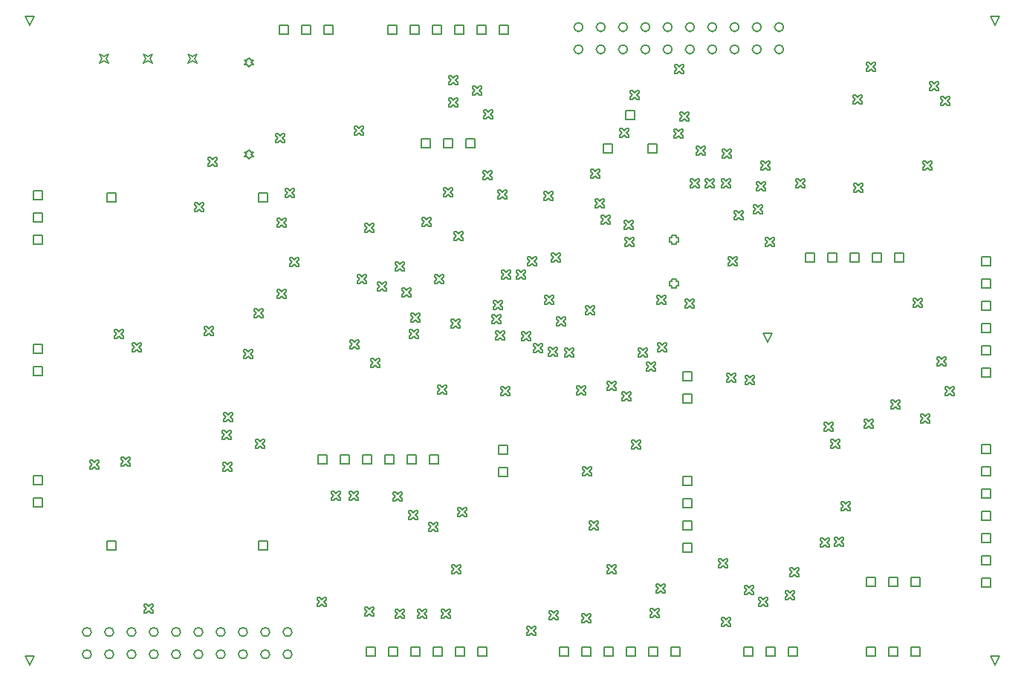
<source format=gbr>
G04 Layer_Color=2752767*
%FSLAX23Y23*%
%MOIN*%
%TF.FileFunction,Drawing*%
%TF.Part,Single*%
G01*
G75*
%ADD93C,0.005*%
%ADD94C,0.007*%
D93*
X4547Y1555D02*
Y1595D01*
X4587D01*
Y1555D01*
X4547D01*
X4447D02*
Y1595D01*
X4487D01*
Y1555D01*
X4447D01*
X4347D02*
Y1595D01*
X4387D01*
Y1555D01*
X4347D01*
X4454Y2965D02*
X4434Y3005D01*
X4474D01*
X4454Y2965D01*
X5472Y4389D02*
X5452Y4429D01*
X5492D01*
X5472Y4389D01*
Y1515D02*
X5452Y1555D01*
X5492D01*
X5472Y1515D01*
X1142D02*
X1122Y1555D01*
X1162D01*
X1142Y1515D01*
Y4389D02*
X1122Y4429D01*
X1162D01*
X1142Y4389D01*
X2126Y3790D02*
X2136Y3800D01*
X2146D01*
X2136Y3810D01*
X2146Y3820D01*
X2136D01*
X2126Y3830D01*
X2116Y3820D01*
X2106D01*
X2116Y3810D01*
X2106Y3800D01*
X2116D01*
X2126Y3790D01*
Y4202D02*
X2136Y4212D01*
X2146D01*
X2136Y4222D01*
X2146Y4232D01*
X2136D01*
X2126Y4242D01*
X2116Y4232D01*
X2106D01*
X2116Y4222D01*
X2106Y4212D01*
X2116D01*
X2126Y4202D01*
X1161Y2226D02*
Y2266D01*
X1201D01*
Y2226D01*
X1161D01*
Y2326D02*
Y2366D01*
X1201D01*
Y2326D01*
X1161D01*
Y2816D02*
Y2856D01*
X1201D01*
Y2816D01*
X1161D01*
Y2916D02*
Y2956D01*
X1201D01*
Y2916D01*
X1161D01*
X1161Y3405D02*
Y3445D01*
X1201D01*
Y3405D01*
X1161D01*
Y3505D02*
Y3545D01*
X1201D01*
Y3505D01*
X1161D01*
Y3605D02*
Y3645D01*
X1201D01*
Y3605D01*
X1161D01*
X2171Y3595D02*
Y3635D01*
X2211D01*
Y3595D01*
X2171D01*
X1490D02*
Y3635D01*
X1530D01*
Y3595D01*
X1490D01*
X2171Y2034D02*
Y2074D01*
X2211D01*
Y2034D01*
X2171D01*
X1490D02*
Y2074D01*
X1530D01*
Y2034D01*
X1490D01*
X2901Y3840D02*
Y3880D01*
X2941D01*
Y3840D01*
X2901D01*
X3001D02*
Y3880D01*
X3041D01*
Y3840D01*
X3001D01*
X3101D02*
Y3880D01*
X3141D01*
Y3840D01*
X3101D01*
X3520Y1555D02*
Y1595D01*
X3560D01*
Y1555D01*
X3520D01*
X3620D02*
Y1595D01*
X3660D01*
Y1555D01*
X3620D01*
X3720D02*
Y1595D01*
X3760D01*
Y1555D01*
X3720D01*
X3820D02*
Y1595D01*
X3860D01*
Y1555D01*
X3820D01*
X3920D02*
Y1595D01*
X3960D01*
Y1555D01*
X3920D01*
X4020D02*
Y1595D01*
X4060D01*
Y1555D01*
X4020D01*
X2654D02*
Y1595D01*
X2694D01*
Y1555D01*
X2654D01*
X2754D02*
Y1595D01*
X2794D01*
Y1555D01*
X2754D01*
X2854D02*
Y1595D01*
X2894D01*
Y1555D01*
X2854D01*
X2954D02*
Y1595D01*
X2994D01*
Y1555D01*
X2954D01*
X3054D02*
Y1595D01*
X3094D01*
Y1555D01*
X3054D01*
X3154D02*
Y1595D01*
X3194D01*
Y1555D01*
X3154D01*
X4623Y3326D02*
Y3366D01*
X4663D01*
Y3326D01*
X4623D01*
X4723D02*
Y3366D01*
X4763D01*
Y3326D01*
X4723D01*
X4823D02*
Y3366D01*
X4863D01*
Y3326D01*
X4823D01*
X4923D02*
Y3366D01*
X4963D01*
Y3326D01*
X4923D01*
X5023D02*
Y3366D01*
X5063D01*
Y3326D01*
X5023D01*
X5413Y2811D02*
Y2851D01*
X5453D01*
Y2811D01*
X5413D01*
Y2911D02*
Y2951D01*
X5453D01*
Y2911D01*
X5413D01*
Y3011D02*
Y3051D01*
X5453D01*
Y3011D01*
X5413D01*
Y3111D02*
Y3151D01*
X5453D01*
Y3111D01*
X5413D01*
Y3211D02*
Y3251D01*
X5453D01*
Y3211D01*
X5413D01*
Y3311D02*
Y3351D01*
X5453D01*
Y3311D01*
X5413D01*
Y2367D02*
Y2407D01*
X5453D01*
Y2367D01*
X5413D01*
Y2267D02*
Y2307D01*
X5453D01*
Y2267D01*
X5413D01*
Y2167D02*
Y2207D01*
X5453D01*
Y2167D01*
X5413D01*
Y2067D02*
Y2107D01*
X5453D01*
Y2067D01*
X5413D01*
Y1967D02*
Y2007D01*
X5453D01*
Y1967D01*
X5413D01*
Y1867D02*
Y1907D01*
X5453D01*
Y1867D01*
X5413D01*
Y2467D02*
Y2507D01*
X5453D01*
Y2467D01*
X5413D01*
X3717Y3817D02*
Y3857D01*
X3757D01*
Y3817D01*
X3717D01*
X3817Y3967D02*
Y4007D01*
X3857D01*
Y3967D01*
X3817D01*
X3917Y3817D02*
Y3857D01*
X3957D01*
Y3817D01*
X3917D01*
X3251Y4350D02*
Y4390D01*
X3291D01*
Y4350D01*
X3251D01*
X3151D02*
Y4390D01*
X3191D01*
Y4350D01*
X3151D01*
X3051D02*
Y4390D01*
X3091D01*
Y4350D01*
X3051D01*
X2951D02*
Y4390D01*
X2991D01*
Y4350D01*
X2951D01*
X2851D02*
Y4390D01*
X2891D01*
Y4350D01*
X2851D01*
X2751D02*
Y4390D01*
X2791D01*
Y4350D01*
X2751D01*
X2263D02*
Y4390D01*
X2303D01*
Y4350D01*
X2263D01*
X2363D02*
Y4390D01*
X2403D01*
Y4350D01*
X2363D01*
X2463D02*
Y4390D01*
X2503D01*
Y4350D01*
X2463D01*
X1655Y4218D02*
X1665Y4238D01*
X1655Y4258D01*
X1675Y4248D01*
X1695Y4258D01*
X1685Y4238D01*
X1695Y4218D01*
X1675Y4228D01*
X1655Y4218D01*
X1855D02*
X1865Y4238D01*
X1855Y4258D01*
X1875Y4248D01*
X1895Y4258D01*
X1885Y4238D01*
X1895Y4218D01*
X1875Y4228D01*
X1855Y4218D01*
X1458D02*
X1468Y4238D01*
X1458Y4258D01*
X1478Y4248D01*
X1498Y4258D01*
X1488Y4238D01*
X1498Y4218D01*
X1478Y4228D01*
X1458Y4218D01*
X3248Y2363D02*
Y2403D01*
X3288D01*
Y2363D01*
X3248D01*
Y2463D02*
Y2503D01*
X3288D01*
Y2463D01*
X3248D01*
X4025Y3218D02*
Y3208D01*
X4045D01*
Y3218D01*
X4055D01*
Y3238D01*
X4045D01*
Y3248D01*
X4025D01*
Y3238D01*
X4015D01*
Y3218D01*
X4025D01*
Y3415D02*
Y3405D01*
X4045D01*
Y3415D01*
X4055D01*
Y3435D01*
X4045D01*
Y3445D01*
X4025D01*
Y3435D01*
X4015D01*
Y3415D01*
X4025D01*
X2437Y2421D02*
Y2461D01*
X2477D01*
Y2421D01*
X2437D01*
X2537D02*
Y2461D01*
X2577D01*
Y2421D01*
X2537D01*
X2637D02*
Y2461D01*
X2677D01*
Y2421D01*
X2637D01*
X2737D02*
Y2461D01*
X2777D01*
Y2421D01*
X2737D01*
X2837D02*
Y2461D01*
X2877D01*
Y2421D01*
X2837D01*
X2937D02*
Y2461D01*
X2977D01*
Y2421D01*
X2937D01*
X4074Y2793D02*
Y2833D01*
X4114D01*
Y2793D01*
X4074D01*
Y2693D02*
Y2733D01*
X4114D01*
Y2693D01*
X4074D01*
Y2024D02*
Y2064D01*
X4114D01*
Y2024D01*
X4074D01*
Y2124D02*
Y2164D01*
X4114D01*
Y2124D01*
X4074D01*
Y2224D02*
Y2264D01*
X4114D01*
Y2224D01*
X4074D01*
Y2324D02*
Y2364D01*
X4114D01*
Y2324D01*
X4074D01*
X5098Y1555D02*
Y1595D01*
X5138D01*
Y1555D01*
X5098D01*
X4998D02*
Y1595D01*
X5038D01*
Y1555D01*
X4998D01*
X4898D02*
Y1595D01*
X4938D01*
Y1555D01*
X4898D01*
X5098Y1870D02*
Y1910D01*
X5138D01*
Y1870D01*
X5098D01*
X4998D02*
Y1910D01*
X5038D01*
Y1870D01*
X4998D01*
X4898D02*
Y1910D01*
X4938D01*
Y1870D01*
X4898D01*
X3256Y2727D02*
X3266D01*
X3276Y2737D01*
X3286Y2727D01*
X3296D01*
Y2737D01*
X3286Y2747D01*
X3296Y2757D01*
Y2767D01*
X3286D01*
X3276Y2757D01*
X3266Y2767D01*
X3256D01*
Y2757D01*
X3266Y2747D01*
X3256Y2737D01*
Y2727D01*
X4278Y3310D02*
X4288D01*
X4298Y3320D01*
X4308Y3310D01*
X4318D01*
Y3320D01*
X4308Y3330D01*
X4318Y3340D01*
Y3350D01*
X4308D01*
X4298Y3340D01*
X4288Y3350D01*
X4278D01*
Y3340D01*
X4288Y3330D01*
X4278Y3320D01*
Y3310D01*
X3842Y2486D02*
X3852D01*
X3862Y2496D01*
X3872Y2486D01*
X3882D01*
Y2496D01*
X3872Y2506D01*
X3882Y2516D01*
Y2526D01*
X3872D01*
X3862Y2516D01*
X3852Y2526D01*
X3842D01*
Y2516D01*
X3852Y2506D01*
X3842Y2496D01*
Y2486D01*
X2990Y1726D02*
X3000D01*
X3010Y1736D01*
X3020Y1726D01*
X3030D01*
Y1736D01*
X3020Y1746D01*
X3030Y1756D01*
Y1766D01*
X3020D01*
X3010Y1756D01*
X3000Y1766D01*
X2990D01*
Y1756D01*
X3000Y1746D01*
X2990Y1736D01*
Y1726D01*
X3223Y3114D02*
X3233D01*
X3243Y3124D01*
X3253Y3114D01*
X3263D01*
Y3124D01*
X3253Y3134D01*
X3263Y3144D01*
Y3154D01*
X3253D01*
X3243Y3144D01*
X3233Y3154D01*
X3223D01*
Y3144D01*
X3233Y3134D01*
X3223Y3124D01*
Y3114D01*
X4425Y3739D02*
X4435D01*
X4445Y3749D01*
X4455Y3739D01*
X4465D01*
Y3749D01*
X4455Y3759D01*
X4465Y3769D01*
Y3779D01*
X4455D01*
X4445Y3769D01*
X4435Y3779D01*
X4425D01*
Y3769D01*
X4435Y3759D01*
X4425Y3749D01*
Y3739D01*
X2580Y2936D02*
X2590D01*
X2600Y2946D01*
X2610Y2936D01*
X2620D01*
Y2946D01*
X2610Y2956D01*
X2620Y2966D01*
Y2976D01*
X2610D01*
X2600Y2966D01*
X2590Y2976D01*
X2580D01*
Y2966D01*
X2590Y2956D01*
X2580Y2946D01*
Y2936D01*
X1522Y2984D02*
X1532D01*
X1542Y2994D01*
X1552Y2984D01*
X1562D01*
Y2994D01*
X1552Y3004D01*
X1562Y3014D01*
Y3024D01*
X1552D01*
X1542Y3014D01*
X1532Y3024D01*
X1522D01*
Y3014D01*
X1532Y3004D01*
X1522Y2994D01*
Y2984D01*
X5008Y2667D02*
X5018D01*
X5028Y2677D01*
X5038Y2667D01*
X5048D01*
Y2677D01*
X5038Y2687D01*
X5048Y2697D01*
Y2707D01*
X5038D01*
X5028Y2697D01*
X5018Y2707D01*
X5008D01*
Y2697D01*
X5018Y2687D01*
X5008Y2677D01*
Y2667D01*
X5141Y2603D02*
X5150D01*
X5161Y2614D01*
X5170Y2603D01*
X5181D01*
Y2614D01*
X5170Y2624D01*
X5181Y2634D01*
Y2644D01*
X5170D01*
X5161Y2634D01*
X5150Y2644D01*
X5141D01*
Y2634D01*
X5150Y2624D01*
X5141Y2614D01*
Y2603D01*
X5249Y2726D02*
X5259D01*
X5269Y2736D01*
X5279Y2726D01*
X5289D01*
Y2736D01*
X5279Y2746D01*
X5289Y2756D01*
Y2766D01*
X5279D01*
X5269Y2756D01*
X5259Y2766D01*
X5249D01*
Y2756D01*
X5259Y2746D01*
X5249Y2736D01*
Y2726D01*
X5215Y2858D02*
X5225D01*
X5235Y2868D01*
X5245Y2858D01*
X5255D01*
Y2868D01*
X5245Y2878D01*
X5255Y2888D01*
Y2898D01*
X5245D01*
X5235Y2888D01*
X5225Y2898D01*
X5215D01*
Y2888D01*
X5225Y2878D01*
X5215Y2868D01*
Y2858D01*
X3959Y2924D02*
X3969D01*
X3979Y2934D01*
X3989Y2924D01*
X3999D01*
Y2934D01*
X3989Y2944D01*
X3999Y2954D01*
Y2964D01*
X3989D01*
X3979Y2954D01*
X3969Y2964D01*
X3959D01*
Y2954D01*
X3969Y2944D01*
X3959Y2934D01*
Y2924D01*
X5107Y3124D02*
X5117D01*
X5127Y3134D01*
X5137Y3124D01*
X5147D01*
Y3134D01*
X5137Y3144D01*
X5147Y3154D01*
Y3164D01*
X5137D01*
X5127Y3154D01*
X5117Y3164D01*
X5107D01*
Y3154D01*
X5117Y3144D01*
X5107Y3134D01*
Y3124D01*
X4352Y2776D02*
X4362D01*
X4372Y2786D01*
X4382Y2776D01*
X4392D01*
Y2786D01*
X4382Y2796D01*
X4392Y2806D01*
Y2816D01*
X4382D01*
X4372Y2806D01*
X4362Y2816D01*
X4352D01*
Y2806D01*
X4362Y2796D01*
X4352Y2786D01*
Y2776D01*
X4269Y2786D02*
X4279D01*
X4289Y2796D01*
X4299Y2786D01*
X4309D01*
Y2796D01*
X4299Y2806D01*
X4309Y2816D01*
Y2826D01*
X4299D01*
X4289Y2816D01*
X4279Y2826D01*
X4269D01*
Y2816D01*
X4279Y2806D01*
X4269Y2796D01*
Y2786D01*
X3064Y2184D02*
X3074D01*
X3084Y2194D01*
X3094Y2184D01*
X3104D01*
Y2194D01*
X3094Y2204D01*
X3104Y2214D01*
Y2224D01*
X3094D01*
X3084Y2214D01*
X3074Y2224D01*
X3064D01*
Y2214D01*
X3074Y2204D01*
X3064Y2194D01*
Y2184D01*
X2435Y1778D02*
X2445D01*
X2455Y1788D01*
X2465Y1778D01*
X2475D01*
Y1788D01*
X2465Y1798D01*
X2475Y1808D01*
Y1818D01*
X2465D01*
X2455Y1808D01*
X2445Y1818D01*
X2435D01*
Y1808D01*
X2445Y1798D01*
X2435Y1788D01*
Y1778D01*
X3543Y2899D02*
X3553D01*
X3563Y2909D01*
X3573Y2899D01*
X3583D01*
Y2909D01*
X3573Y2919D01*
X3583Y2929D01*
Y2939D01*
X3573D01*
X3563Y2929D01*
X3553Y2939D01*
X3543D01*
Y2929D01*
X3553Y2919D01*
X3543Y2909D01*
Y2899D01*
X3928Y1731D02*
X3938D01*
X3948Y1741D01*
X3958Y1731D01*
X3968D01*
Y1741D01*
X3958Y1751D01*
X3968Y1761D01*
Y1771D01*
X3958D01*
X3948Y1761D01*
X3938Y1771D01*
X3928D01*
Y1761D01*
X3938Y1751D01*
X3928Y1741D01*
Y1731D01*
X3952Y1841D02*
X3962D01*
X3972Y1851D01*
X3982Y1841D01*
X3992D01*
Y1851D01*
X3982Y1861D01*
X3992Y1871D01*
Y1881D01*
X3982D01*
X3972Y1871D01*
X3962Y1881D01*
X3952D01*
Y1871D01*
X3962Y1861D01*
X3952Y1851D01*
Y1841D01*
X3032Y3031D02*
X3042D01*
X3052Y3041D01*
X3062Y3031D01*
X3072D01*
Y3041D01*
X3062Y3051D01*
X3072Y3061D01*
Y3071D01*
X3062D01*
X3052Y3061D01*
X3042Y3071D01*
X3032D01*
Y3061D01*
X3042Y3051D01*
X3032Y3041D01*
Y3031D01*
X2847Y2983D02*
X2857D01*
X2867Y2993D01*
X2877Y2983D01*
X2887D01*
Y2993D01*
X2877Y3003D01*
X2887Y3013D01*
Y3023D01*
X2877D01*
X2867Y3013D01*
X2857Y3023D01*
X2847D01*
Y3013D01*
X2857Y3003D01*
X2847Y2993D01*
Y2983D01*
X2102Y2894D02*
X2112D01*
X2122Y2904D01*
X2132Y2894D01*
X2142D01*
Y2904D01*
X2132Y2914D01*
X2142Y2924D01*
Y2934D01*
X2132D01*
X2122Y2924D01*
X2112Y2934D01*
X2102D01*
Y2924D01*
X2112Y2914D01*
X2102Y2904D01*
Y2894D01*
X3652Y2123D02*
X3662D01*
X3672Y2133D01*
X3682Y2123D01*
X3692D01*
Y2133D01*
X3682Y2143D01*
X3692Y2153D01*
Y2163D01*
X3682D01*
X3672Y2153D01*
X3662Y2163D01*
X3652D01*
Y2153D01*
X3662Y2143D01*
X3652Y2133D01*
Y2123D01*
X3619Y1706D02*
X3629D01*
X3639Y1716D01*
X3649Y1706D01*
X3659D01*
Y1716D01*
X3649Y1726D01*
X3659Y1736D01*
Y1746D01*
X3649D01*
X3639Y1736D01*
X3629Y1746D01*
X3619D01*
Y1736D01*
X3629Y1726D01*
X3619Y1716D01*
Y1706D01*
X3473Y1718D02*
X3483D01*
X3493Y1728D01*
X3503Y1718D01*
X3513D01*
Y1728D01*
X3503Y1738D01*
X3513Y1748D01*
Y1758D01*
X3503D01*
X3493Y1748D01*
X3483Y1758D01*
X3473D01*
Y1748D01*
X3483Y1738D01*
X3473Y1728D01*
Y1718D01*
X3373Y1649D02*
X3383D01*
X3393Y1659D01*
X3403Y1649D01*
X3413D01*
Y1659D01*
X3403Y1669D01*
X3413Y1679D01*
Y1689D01*
X3403D01*
X3393Y1679D01*
X3383Y1689D01*
X3373D01*
Y1679D01*
X3383Y1669D01*
X3373Y1659D01*
Y1649D01*
X1883Y3553D02*
X1893D01*
X1903Y3563D01*
X1913Y3553D01*
X1923D01*
Y3563D01*
X1913Y3573D01*
X1923Y3583D01*
Y3593D01*
X1913D01*
X1903Y3583D01*
X1893Y3593D01*
X1883D01*
Y3583D01*
X1893Y3573D01*
X1883Y3563D01*
Y3553D01*
X1415Y2396D02*
X1425D01*
X1435Y2406D01*
X1445Y2396D01*
X1455D01*
Y2406D01*
X1445Y2416D01*
X1455Y2426D01*
Y2436D01*
X1445D01*
X1435Y2426D01*
X1425Y2436D01*
X1415D01*
Y2426D01*
X1425Y2416D01*
X1415Y2406D01*
Y2396D01*
X4533Y1810D02*
X4543D01*
X4553Y1820D01*
X4563Y1810D01*
X4573D01*
Y1820D01*
X4563Y1830D01*
X4573Y1840D01*
Y1850D01*
X4563D01*
X4553Y1840D01*
X4543Y1850D01*
X4533D01*
Y1840D01*
X4543Y1830D01*
X4533Y1820D01*
Y1810D01*
X4247Y1690D02*
X4257D01*
X4267Y1700D01*
X4277Y1690D01*
X4287D01*
Y1700D01*
X4277Y1710D01*
X4287Y1720D01*
Y1730D01*
X4277D01*
X4267Y1720D01*
X4257Y1730D01*
X4247D01*
Y1720D01*
X4257Y1710D01*
X4247Y1700D01*
Y1690D01*
X3024Y4123D02*
X3034D01*
X3044Y4133D01*
X3054Y4123D01*
X3064D01*
Y4133D01*
X3054Y4143D01*
X3064Y4153D01*
Y4163D01*
X3054D01*
X3044Y4153D01*
X3034Y4163D01*
X3024D01*
Y4153D01*
X3034Y4143D01*
X3024Y4133D01*
Y4123D01*
X3022Y4023D02*
X3032D01*
X3042Y4033D01*
X3052Y4023D01*
X3062D01*
Y4033D01*
X3052Y4043D01*
X3062Y4053D01*
Y4063D01*
X3052D01*
X3042Y4053D01*
X3032Y4063D01*
X3022D01*
Y4053D01*
X3032Y4043D01*
X3022Y4033D01*
Y4023D01*
X3129Y4077D02*
X3139D01*
X3149Y4087D01*
X3159Y4077D01*
X3169D01*
Y4087D01*
X3159Y4097D01*
X3169Y4107D01*
Y4117D01*
X3159D01*
X3149Y4107D01*
X3139Y4117D01*
X3129D01*
Y4107D01*
X3139Y4097D01*
X3129Y4087D01*
Y4077D01*
X2961Y3229D02*
X2971D01*
X2981Y3239D01*
X2991Y3229D01*
X3001D01*
Y3239D01*
X2991Y3249D01*
X3001Y3259D01*
Y3269D01*
X2991D01*
X2981Y3259D01*
X2971Y3269D01*
X2961D01*
Y3259D01*
X2971Y3249D01*
X2961Y3239D01*
Y3229D01*
X3911Y2835D02*
X3921D01*
X3931Y2845D01*
X3941Y2835D01*
X3951D01*
Y2845D01*
X3941Y2855D01*
X3951Y2865D01*
Y2875D01*
X3941D01*
X3931Y2865D01*
X3921Y2875D01*
X3911D01*
Y2865D01*
X3921Y2855D01*
X3911Y2845D01*
Y2835D01*
X3873Y2899D02*
X3883D01*
X3893Y2909D01*
X3903Y2899D01*
X3913D01*
Y2909D01*
X3903Y2919D01*
X3913Y2929D01*
Y2939D01*
X3903D01*
X3893Y2929D01*
X3883Y2939D01*
X3873D01*
Y2929D01*
X3883Y2919D01*
X3873Y2909D01*
Y2899D01*
X3450Y3602D02*
X3460D01*
X3470Y3612D01*
X3480Y3602D01*
X3490D01*
Y3612D01*
X3480Y3622D01*
X3490Y3632D01*
Y3642D01*
X3480D01*
X3470Y3632D01*
X3460Y3642D01*
X3450D01*
Y3632D01*
X3460Y3622D01*
X3450Y3612D01*
Y3602D01*
X2703Y3197D02*
X2713D01*
X2723Y3207D01*
X2733Y3197D01*
X2743D01*
Y3207D01*
X2733Y3217D01*
X2743Y3227D01*
Y3237D01*
X2733D01*
X2723Y3227D01*
X2713Y3237D01*
X2703D01*
Y3227D01*
X2713Y3217D01*
X2703Y3207D01*
Y3197D01*
X2815Y3168D02*
X2825D01*
X2835Y3178D01*
X2845Y3168D01*
X2855D01*
Y3178D01*
X2845Y3188D01*
X2855Y3198D01*
Y3208D01*
X2845D01*
X2835Y3198D01*
X2825Y3208D01*
X2815D01*
Y3198D01*
X2825Y3188D01*
X2815Y3178D01*
Y3168D01*
X4232Y1953D02*
X4242D01*
X4252Y1963D01*
X4262Y1953D01*
X4272D01*
Y1963D01*
X4262Y1973D01*
X4272Y1983D01*
Y1993D01*
X4262D01*
X4252Y1983D01*
X4242Y1993D01*
X4232D01*
Y1983D01*
X4242Y1973D01*
X4232Y1963D01*
Y1953D01*
X4552Y1912D02*
X4562D01*
X4572Y1922D01*
X4582Y1912D01*
X4592D01*
Y1922D01*
X4582Y1932D01*
X4592Y1942D01*
Y1952D01*
X4582D01*
X4572Y1942D01*
X4562Y1952D01*
X4552D01*
Y1942D01*
X4562Y1932D01*
X4552Y1922D01*
Y1912D01*
X4886Y2578D02*
X4896D01*
X4906Y2588D01*
X4916Y2578D01*
X4926D01*
Y2588D01*
X4916Y2598D01*
X4926Y2608D01*
Y2618D01*
X4916D01*
X4906Y2608D01*
X4896Y2618D01*
X4886D01*
Y2608D01*
X4896Y2598D01*
X4886Y2588D01*
Y2578D01*
X4350Y1834D02*
X4360D01*
X4370Y1844D01*
X4380Y1834D01*
X4390D01*
Y1844D01*
X4380Y1854D01*
X4390Y1864D01*
Y1874D01*
X4380D01*
X4370Y1864D01*
X4360Y1874D01*
X4350D01*
Y1864D01*
X4360Y1854D01*
X4350Y1844D01*
Y1834D01*
X4414Y1780D02*
X4424D01*
X4434Y1790D01*
X4444Y1780D01*
X4454D01*
Y1790D01*
X4444Y1800D01*
X4454Y1810D01*
Y1820D01*
X4444D01*
X4434Y1810D01*
X4424Y1820D01*
X4414D01*
Y1810D01*
X4424Y1800D01*
X4414Y1790D01*
Y1780D01*
X4784Y2209D02*
X4794D01*
X4804Y2219D01*
X4814Y2209D01*
X4824D01*
Y2219D01*
X4814Y2229D01*
X4824Y2239D01*
Y2249D01*
X4814D01*
X4804Y2239D01*
X4794Y2249D01*
X4784D01*
Y2239D01*
X4794Y2229D01*
X4784Y2219D01*
Y2209D01*
X4737Y2491D02*
X4747D01*
X4757Y2501D01*
X4767Y2491D01*
X4777D01*
Y2501D01*
X4767Y2511D01*
X4777Y2521D01*
Y2531D01*
X4767D01*
X4757Y2521D01*
X4747Y2531D01*
X4737D01*
Y2521D01*
X4747Y2511D01*
X4737Y2501D01*
Y2491D01*
X4708Y2565D02*
X4718D01*
X4728Y2575D01*
X4738Y2565D01*
X4748D01*
Y2575D01*
X4738Y2585D01*
X4748Y2595D01*
Y2605D01*
X4738D01*
X4728Y2595D01*
X4718Y2605D01*
X4708D01*
Y2595D01*
X4718Y2585D01*
X4708Y2575D01*
Y2565D01*
X2578Y2257D02*
X2588D01*
X2598Y2267D01*
X2608Y2257D01*
X2618D01*
Y2267D01*
X2608Y2277D01*
X2618Y2287D01*
Y2297D01*
X2608D01*
X2598Y2287D01*
X2588Y2297D01*
X2578D01*
Y2287D01*
X2588Y2277D01*
X2578Y2267D01*
Y2257D01*
X2497D02*
X2507D01*
X2517Y2267D01*
X2527Y2257D01*
X2537D01*
Y2267D01*
X2527Y2277D01*
X2537Y2287D01*
Y2297D01*
X2527D01*
X2517Y2287D01*
X2507Y2297D01*
X2497D01*
Y2287D01*
X2507Y2277D01*
X2497Y2267D01*
Y2257D01*
X1942Y3757D02*
X1952D01*
X1962Y3767D01*
X1972Y3757D01*
X1982D01*
Y3767D01*
X1972Y3777D01*
X1982Y3787D01*
Y3797D01*
X1972D01*
X1962Y3787D01*
X1952Y3797D01*
X1942D01*
Y3787D01*
X1952Y3777D01*
X1942Y3767D01*
Y3757D01*
X1602Y2924D02*
X1612D01*
X1622Y2934D01*
X1632Y2924D01*
X1642D01*
Y2934D01*
X1632Y2944D01*
X1642Y2954D01*
Y2964D01*
X1632D01*
X1622Y2954D01*
X1612Y2964D01*
X1602D01*
Y2954D01*
X1612Y2944D01*
X1602Y2934D01*
Y2924D01*
X3048Y3423D02*
X3058D01*
X3068Y3433D01*
X3078Y3423D01*
X3088D01*
Y3433D01*
X3078Y3443D01*
X3088Y3453D01*
Y3463D01*
X3078D01*
X3068Y3453D01*
X3058Y3463D01*
X3048D01*
Y3453D01*
X3058Y3443D01*
X3048Y3433D01*
Y3423D01*
X3733Y2748D02*
X3743D01*
X3753Y2758D01*
X3763Y2748D01*
X3773D01*
Y2758D01*
X3763Y2768D01*
X3773Y2778D01*
Y2788D01*
X3763D01*
X3753Y2778D01*
X3743Y2788D01*
X3733D01*
Y2778D01*
X3743Y2768D01*
X3733Y2758D01*
Y2748D01*
X3799Y2702D02*
X3809D01*
X3819Y2712D01*
X3829Y2702D01*
X3839D01*
Y2712D01*
X3829Y2722D01*
X3839Y2732D01*
Y2742D01*
X3829D01*
X3819Y2732D01*
X3809Y2742D01*
X3799D01*
Y2732D01*
X3809Y2722D01*
X3799Y2712D01*
Y2702D01*
X2934Y2117D02*
X2944D01*
X2954Y2127D01*
X2964Y2117D01*
X2974D01*
Y2127D01*
X2964Y2137D01*
X2974Y2147D01*
Y2157D01*
X2964D01*
X2954Y2147D01*
X2944Y2157D01*
X2934D01*
Y2147D01*
X2944Y2137D01*
X2934Y2127D01*
Y2117D01*
X2646Y1736D02*
X2656D01*
X2666Y1746D01*
X2676Y1736D01*
X2686D01*
Y1746D01*
X2676Y1756D01*
X2686Y1766D01*
Y1776D01*
X2676D01*
X2666Y1766D01*
X2656Y1776D01*
X2646D01*
Y1766D01*
X2656Y1756D01*
X2646Y1746D01*
Y1736D01*
X2784Y1726D02*
X2794D01*
X2804Y1736D01*
X2814Y1726D01*
X2824D01*
Y1736D01*
X2814Y1746D01*
X2824Y1756D01*
Y1766D01*
X2814D01*
X2804Y1756D01*
X2794Y1766D01*
X2784D01*
Y1756D01*
X2794Y1746D01*
X2784Y1736D01*
Y1726D01*
X3470Y2904D02*
X3480D01*
X3490Y2914D01*
X3500Y2904D01*
X3510D01*
Y2914D01*
X3500Y2924D01*
X3510Y2934D01*
Y2944D01*
X3500D01*
X3490Y2934D01*
X3480Y2944D01*
X3470D01*
Y2934D01*
X3480Y2924D01*
X3470Y2914D01*
Y2904D01*
X2884Y1725D02*
X2894D01*
X2904Y1735D01*
X2914Y1725D01*
X2924D01*
Y1735D01*
X2914Y1745D01*
X2924Y1755D01*
Y1765D01*
X2914D01*
X2904Y1755D01*
X2894Y1765D01*
X2884D01*
Y1755D01*
X2894Y1745D01*
X2884Y1735D01*
Y1725D01*
X2601Y3896D02*
X2611D01*
X2621Y3906D01*
X2631Y3896D01*
X2641D01*
Y3906D01*
X2631Y3916D01*
X2641Y3926D01*
Y3936D01*
X2631D01*
X2621Y3926D01*
X2611Y3936D01*
X2601D01*
Y3926D01*
X2611Y3916D01*
X2601Y3906D01*
Y3896D01*
X3732Y1927D02*
X3742D01*
X3752Y1937D01*
X3762Y1927D01*
X3772D01*
Y1937D01*
X3762Y1947D01*
X3772Y1957D01*
Y1967D01*
X3762D01*
X3752Y1957D01*
X3742Y1967D01*
X3732D01*
Y1957D01*
X3742Y1947D01*
X3732Y1937D01*
Y1927D01*
X3038D02*
X3048D01*
X3058Y1937D01*
X3068Y1927D01*
X3078D01*
Y1937D01*
X3068Y1947D01*
X3078Y1957D01*
Y1967D01*
X3068D01*
X3058Y1957D01*
X3048Y1967D01*
X3038D01*
Y1957D01*
X3048Y1947D01*
X3038Y1937D01*
Y1927D01*
X2614Y3228D02*
X2624D01*
X2634Y3238D01*
X2644Y3228D01*
X2654D01*
Y3238D01*
X2644Y3248D01*
X2654Y3258D01*
Y3268D01*
X2644D01*
X2634Y3258D01*
X2624Y3268D01*
X2614D01*
Y3258D01*
X2624Y3248D01*
X2614Y3238D01*
Y3228D01*
X2673Y2854D02*
X2683D01*
X2693Y2864D01*
X2703Y2854D01*
X2713D01*
Y2864D01*
X2703Y2874D01*
X2713Y2884D01*
Y2894D01*
X2703D01*
X2693Y2884D01*
X2683Y2894D01*
X2673D01*
Y2884D01*
X2683Y2874D01*
X2673Y2864D01*
Y2854D01*
X3623Y2366D02*
X3633D01*
X3643Y2376D01*
X3653Y2366D01*
X3663D01*
Y2376D01*
X3653Y2386D01*
X3663Y2396D01*
Y2406D01*
X3653D01*
X3643Y2396D01*
X3633Y2406D01*
X3623D01*
Y2396D01*
X3633Y2386D01*
X3623Y2376D01*
Y2366D01*
X3405Y2918D02*
X3415D01*
X3425Y2928D01*
X3435Y2918D01*
X3445D01*
Y2928D01*
X3435Y2938D01*
X3445Y2948D01*
Y2958D01*
X3435D01*
X3425Y2948D01*
X3415Y2958D01*
X3405D01*
Y2948D01*
X3415Y2938D01*
X3405Y2928D01*
Y2918D01*
X3638Y3090D02*
X3648D01*
X3658Y3100D01*
X3668Y3090D01*
X3678D01*
Y3100D01*
X3668Y3110D01*
X3678Y3120D01*
Y3130D01*
X3668D01*
X3658Y3120D01*
X3648Y3130D01*
X3638D01*
Y3120D01*
X3648Y3110D01*
X3638Y3100D01*
Y3090D01*
X3217Y3051D02*
X3227D01*
X3237Y3061D01*
X3247Y3051D01*
X3257D01*
Y3061D01*
X3247Y3071D01*
X3257Y3081D01*
Y3091D01*
X3247D01*
X3237Y3081D01*
X3227Y3091D01*
X3217D01*
Y3081D01*
X3227Y3071D01*
X3217Y3061D01*
Y3051D01*
X4755Y2050D02*
X4765D01*
X4775Y2060D01*
X4785Y2050D01*
X4795D01*
Y2060D01*
X4785Y2070D01*
X4795Y2080D01*
Y2090D01*
X4785D01*
X4775Y2080D01*
X4765Y2090D01*
X4755D01*
Y2080D01*
X4765Y2070D01*
X4755Y2060D01*
Y2050D01*
X4689Y2047D02*
X4699D01*
X4709Y2057D01*
X4719Y2047D01*
X4729D01*
Y2057D01*
X4719Y2067D01*
X4729Y2077D01*
Y2087D01*
X4719D01*
X4709Y2077D01*
X4699Y2087D01*
X4689D01*
Y2077D01*
X4699Y2067D01*
X4689Y2057D01*
Y2047D01*
X4840Y3641D02*
X4850D01*
X4860Y3651D01*
X4870Y3641D01*
X4880D01*
Y3651D01*
X4870Y3661D01*
X4880Y3671D01*
Y3681D01*
X4870D01*
X4860Y3671D01*
X4850Y3681D01*
X4840D01*
Y3671D01*
X4850Y3661D01*
X4840Y3651D01*
Y3641D01*
X4838Y4035D02*
X4848D01*
X4858Y4045D01*
X4868Y4035D01*
X4878D01*
Y4045D01*
X4868Y4055D01*
X4878Y4065D01*
Y4075D01*
X4868D01*
X4858Y4065D01*
X4848Y4075D01*
X4838D01*
Y4065D01*
X4848Y4055D01*
X4838Y4045D01*
Y4035D01*
X1553Y2411D02*
X1563D01*
X1573Y2421D01*
X1583Y2411D01*
X1593D01*
Y2421D01*
X1583Y2431D01*
X1593Y2441D01*
Y2451D01*
X1583D01*
X1573Y2441D01*
X1563Y2451D01*
X1553D01*
Y2441D01*
X1563Y2431D01*
X1553Y2421D01*
Y2411D01*
X2855Y3055D02*
X2865D01*
X2875Y3065D01*
X2885Y3055D01*
X2895D01*
Y3065D01*
X2885Y3075D01*
X2895Y3085D01*
Y3095D01*
X2885D01*
X2875Y3085D01*
X2865Y3095D01*
X2855D01*
Y3085D01*
X2865Y3075D01*
X2855Y3065D01*
Y3055D01*
X3790Y3886D02*
X3800D01*
X3810Y3896D01*
X3820Y3886D01*
X3830D01*
Y3896D01*
X3820Y3906D01*
X3830Y3916D01*
Y3926D01*
X3820D01*
X3810Y3916D01*
X3800Y3926D01*
X3790D01*
Y3916D01*
X3800Y3906D01*
X3790Y3896D01*
Y3886D01*
X4034Y3882D02*
X4044D01*
X4054Y3892D01*
X4064Y3882D01*
X4074D01*
Y3892D01*
X4064Y3902D01*
X4074Y3912D01*
Y3922D01*
X4064D01*
X4054Y3912D01*
X4044Y3922D01*
X4034D01*
Y3912D01*
X4044Y3902D01*
X4034Y3892D01*
Y3882D01*
X4061Y3960D02*
X4071D01*
X4081Y3970D01*
X4091Y3960D01*
X4101D01*
Y3970D01*
X4091Y3980D01*
X4101Y3990D01*
Y4000D01*
X4091D01*
X4081Y3990D01*
X4071Y4000D01*
X4061D01*
Y3990D01*
X4071Y3980D01*
X4061Y3970D01*
Y3960D01*
X4106Y3658D02*
X4116D01*
X4126Y3668D01*
X4136Y3658D01*
X4146D01*
Y3668D01*
X4136Y3678D01*
X4146Y3688D01*
Y3698D01*
X4136D01*
X4126Y3688D01*
X4116Y3698D01*
X4106D01*
Y3688D01*
X4116Y3678D01*
X4106Y3668D01*
Y3658D01*
X4037Y4173D02*
X4047D01*
X4057Y4183D01*
X4067Y4173D01*
X4077D01*
Y4183D01*
X4067Y4193D01*
X4077Y4203D01*
Y4213D01*
X4067D01*
X4057Y4203D01*
X4047Y4213D01*
X4037D01*
Y4203D01*
X4047Y4193D01*
X4037Y4183D01*
Y4173D01*
X3244Y3608D02*
X3254D01*
X3264Y3618D01*
X3274Y3608D01*
X3284D01*
Y3618D01*
X3274Y3628D01*
X3284Y3638D01*
Y3648D01*
X3274D01*
X3264Y3638D01*
X3254Y3648D01*
X3244D01*
Y3638D01*
X3254Y3628D01*
X3244Y3618D01*
Y3608D01*
X3000Y3618D02*
X3010D01*
X3020Y3628D01*
X3030Y3618D01*
X3040D01*
Y3628D01*
X3030Y3638D01*
X3040Y3648D01*
Y3658D01*
X3030D01*
X3020Y3648D01*
X3010Y3658D01*
X3000D01*
Y3648D01*
X3010Y3638D01*
X3000Y3628D01*
Y3618D01*
X3177Y3697D02*
X3187D01*
X3197Y3707D01*
X3207Y3697D01*
X3217D01*
Y3707D01*
X3207Y3717D01*
X3217Y3727D01*
Y3737D01*
X3207D01*
X3197Y3727D01*
X3187Y3737D01*
X3177D01*
Y3727D01*
X3187Y3717D01*
X3177Y3707D01*
Y3697D01*
X2289Y3616D02*
X2299D01*
X2309Y3626D01*
X2319Y3616D01*
X2329D01*
Y3626D01*
X2319Y3636D01*
X2329Y3646D01*
Y3656D01*
X2319D01*
X2309Y3646D01*
X2299Y3656D01*
X2289D01*
Y3646D01*
X2299Y3636D01*
X2289Y3626D01*
Y3616D01*
X2247Y3864D02*
X2257D01*
X2267Y3874D01*
X2277Y3864D01*
X2287D01*
Y3874D01*
X2277Y3884D01*
X2287Y3894D01*
Y3904D01*
X2277D01*
X2267Y3894D01*
X2257Y3904D01*
X2247D01*
Y3894D01*
X2257Y3884D01*
X2247Y3874D01*
Y3864D01*
X3181Y3968D02*
X3191D01*
X3201Y3978D01*
X3211Y3968D01*
X3221D01*
Y3978D01*
X3211Y3988D01*
X3221Y3998D01*
Y4008D01*
X3211D01*
X3201Y3998D01*
X3191Y4008D01*
X3181D01*
Y3998D01*
X3191Y3988D01*
X3181Y3978D01*
Y3968D01*
X3838Y4057D02*
X3848D01*
X3858Y4067D01*
X3868Y4057D01*
X3878D01*
Y4067D01*
X3868Y4077D01*
X3878Y4087D01*
Y4097D01*
X3868D01*
X3858Y4087D01*
X3848Y4097D01*
X3838D01*
Y4087D01*
X3848Y4077D01*
X3838Y4067D01*
Y4057D01*
X4134Y3806D02*
X4144D01*
X4154Y3816D01*
X4164Y3806D01*
X4174D01*
Y3816D01*
X4164Y3826D01*
X4174Y3836D01*
Y3846D01*
X4164D01*
X4154Y3836D01*
X4144Y3846D01*
X4134D01*
Y3836D01*
X4144Y3826D01*
X4134Y3816D01*
Y3806D01*
X4172Y3661D02*
X4182D01*
X4192Y3671D01*
X4202Y3661D01*
X4212D01*
Y3671D01*
X4202Y3681D01*
X4212Y3691D01*
Y3701D01*
X4202D01*
X4192Y3691D01*
X4182Y3701D01*
X4172D01*
Y3691D01*
X4182Y3681D01*
X4172Y3671D01*
Y3661D01*
X4250Y3794D02*
X4260D01*
X4270Y3804D01*
X4280Y3794D01*
X4290D01*
Y3804D01*
X4280Y3814D01*
X4290Y3824D01*
Y3834D01*
X4280D01*
X4270Y3824D01*
X4260Y3834D01*
X4250D01*
Y3824D01*
X4260Y3814D01*
X4250Y3804D01*
Y3794D01*
X4247Y3658D02*
X4257D01*
X4267Y3668D01*
X4277Y3658D01*
X4287D01*
Y3668D01*
X4277Y3678D01*
X4287Y3688D01*
Y3698D01*
X4277D01*
X4267Y3688D01*
X4257Y3698D01*
X4247D01*
Y3688D01*
X4257Y3678D01*
X4247Y3668D01*
Y3658D01*
X3485Y3326D02*
X3495D01*
X3505Y3336D01*
X3515Y3326D01*
X3525D01*
Y3336D01*
X3515Y3346D01*
X3525Y3356D01*
Y3366D01*
X3515D01*
X3505Y3356D01*
X3495Y3366D01*
X3485D01*
Y3356D01*
X3495Y3346D01*
X3485Y3336D01*
Y3326D01*
X3958Y3137D02*
X3968D01*
X3978Y3147D01*
X3988Y3137D01*
X3998D01*
Y3147D01*
X3988Y3157D01*
X3998Y3167D01*
Y3177D01*
X3988D01*
X3978Y3167D01*
X3968Y3177D01*
X3958D01*
Y3167D01*
X3968Y3157D01*
X3958Y3147D01*
Y3137D01*
X4085Y3121D02*
X4095D01*
X4105Y3131D01*
X4115Y3121D01*
X4125D01*
Y3131D01*
X4115Y3141D01*
X4125Y3151D01*
Y3161D01*
X4115D01*
X4105Y3151D01*
X4095Y3161D01*
X4085D01*
Y3151D01*
X4095Y3141D01*
X4085Y3131D01*
Y3121D01*
X3454Y3136D02*
X3464D01*
X3474Y3146D01*
X3484Y3136D01*
X3494D01*
Y3146D01*
X3484Y3156D01*
X3494Y3166D01*
Y3176D01*
X3484D01*
X3474Y3166D01*
X3464Y3176D01*
X3454D01*
Y3166D01*
X3464Y3156D01*
X3454Y3146D01*
Y3136D01*
X3508Y3040D02*
X3518D01*
X3528Y3050D01*
X3538Y3040D01*
X3548D01*
Y3050D01*
X3538Y3060D01*
X3548Y3070D01*
Y3080D01*
X3538D01*
X3528Y3070D01*
X3518Y3080D01*
X3508D01*
Y3070D01*
X3518Y3060D01*
X3508Y3050D01*
Y3040D01*
X3598Y2731D02*
X3608D01*
X3618Y2741D01*
X3628Y2731D01*
X3638D01*
Y2741D01*
X3628Y2751D01*
X3638Y2761D01*
Y2771D01*
X3628D01*
X3618Y2761D01*
X3608Y2771D01*
X3598D01*
Y2761D01*
X3608Y2751D01*
X3598Y2741D01*
Y2731D01*
X3660Y3704D02*
X3670D01*
X3680Y3714D01*
X3690Y3704D01*
X3700D01*
Y3714D01*
X3690Y3724D01*
X3700Y3734D01*
Y3744D01*
X3690D01*
X3680Y3734D01*
X3670Y3744D01*
X3660D01*
Y3734D01*
X3670Y3724D01*
X3660Y3714D01*
Y3704D01*
X3812Y3395D02*
X3822D01*
X3832Y3405D01*
X3842Y3395D01*
X3852D01*
Y3405D01*
X3842Y3415D01*
X3852Y3425D01*
Y3435D01*
X3842D01*
X3832Y3425D01*
X3822Y3435D01*
X3812D01*
Y3425D01*
X3822Y3415D01*
X3812Y3405D01*
Y3395D01*
X3810Y3473D02*
X3820D01*
X3830Y3483D01*
X3840Y3473D01*
X3850D01*
Y3483D01*
X3840Y3493D01*
X3850Y3503D01*
Y3513D01*
X3840D01*
X3830Y3503D01*
X3820Y3513D01*
X3810D01*
Y3503D01*
X3820Y3493D01*
X3810Y3483D01*
Y3473D01*
X5231Y4030D02*
X5240D01*
X5251Y4041D01*
X5260Y4030D01*
X5271D01*
Y4041D01*
X5260Y4050D01*
X5271Y4061D01*
Y4070D01*
X5260D01*
X5251Y4061D01*
X5240Y4070D01*
X5231D01*
Y4061D01*
X5240Y4050D01*
X5231Y4041D01*
Y4030D01*
X5181Y4097D02*
X5191D01*
X5201Y4107D01*
X5211Y4097D01*
X5221D01*
Y4107D01*
X5211Y4117D01*
X5221Y4127D01*
Y4137D01*
X5211D01*
X5201Y4127D01*
X5191Y4137D01*
X5181D01*
Y4127D01*
X5191Y4117D01*
X5181Y4107D01*
Y4097D01*
X5149Y3738D02*
X5159D01*
X5169Y3748D01*
X5179Y3738D01*
X5189D01*
Y3748D01*
X5179Y3758D01*
X5189Y3768D01*
Y3778D01*
X5179D01*
X5169Y3768D01*
X5159Y3778D01*
X5149D01*
Y3768D01*
X5159Y3758D01*
X5149Y3748D01*
Y3738D01*
X4896Y4184D02*
X4906D01*
X4916Y4194D01*
X4926Y4184D01*
X4936D01*
Y4194D01*
X4926Y4204D01*
X4936Y4214D01*
Y4224D01*
X4926D01*
X4916Y4214D01*
X4906Y4224D01*
X4896D01*
Y4214D01*
X4906Y4204D01*
X4896Y4194D01*
Y4184D01*
X4445Y3395D02*
X4455D01*
X4465Y3405D01*
X4475Y3395D01*
X4485D01*
Y3405D01*
X4475Y3415D01*
X4485Y3425D01*
Y3435D01*
X4475D01*
X4465Y3425D01*
X4455Y3435D01*
X4445D01*
Y3425D01*
X4455Y3415D01*
X4445Y3405D01*
Y3395D01*
X4303Y3516D02*
X4313D01*
X4323Y3526D01*
X4333Y3516D01*
X4343D01*
Y3526D01*
X4333Y3536D01*
X4343Y3546D01*
Y3556D01*
X4333D01*
X4323Y3546D01*
X4313Y3556D01*
X4303D01*
Y3546D01*
X4313Y3536D01*
X4303Y3526D01*
Y3516D01*
X3707Y3496D02*
X3717D01*
X3727Y3506D01*
X3737Y3496D01*
X3747D01*
Y3506D01*
X3737Y3516D01*
X3747Y3526D01*
Y3536D01*
X3737D01*
X3727Y3526D01*
X3717Y3536D01*
X3707D01*
Y3526D01*
X3717Y3516D01*
X3707Y3506D01*
Y3496D01*
X4403Y3645D02*
X4413D01*
X4423Y3655D01*
X4433Y3645D01*
X4443D01*
Y3655D01*
X4433Y3665D01*
X4443Y3675D01*
Y3685D01*
X4433D01*
X4423Y3675D01*
X4413Y3685D01*
X4403D01*
Y3675D01*
X4413Y3665D01*
X4403Y3655D01*
Y3645D01*
X3680Y3570D02*
X3690D01*
X3700Y3580D01*
X3710Y3570D01*
X3720D01*
Y3580D01*
X3710Y3590D01*
X3720Y3600D01*
Y3610D01*
X3710D01*
X3700Y3600D01*
X3690Y3610D01*
X3680D01*
Y3600D01*
X3690Y3590D01*
X3680Y3580D01*
Y3570D01*
X4391Y3543D02*
X4401D01*
X4411Y3553D01*
X4421Y3543D01*
X4431D01*
Y3553D01*
X4421Y3563D01*
X4431Y3573D01*
Y3583D01*
X4421D01*
X4411Y3573D01*
X4401Y3583D01*
X4391D01*
Y3573D01*
X4401Y3563D01*
X4391Y3553D01*
Y3543D01*
X4581Y3661D02*
X4591D01*
X4601Y3671D01*
X4611Y3661D01*
X4621D01*
Y3671D01*
X4611Y3681D01*
X4621Y3691D01*
Y3701D01*
X4611D01*
X4601Y3691D01*
X4591Y3701D01*
X4581D01*
Y3691D01*
X4591Y3681D01*
X4581Y3671D01*
Y3661D01*
X1657Y1751D02*
X1667D01*
X1677Y1761D01*
X1687Y1751D01*
X1697D01*
Y1761D01*
X1687Y1771D01*
X1697Y1781D01*
Y1791D01*
X1687D01*
X1677Y1781D01*
X1667Y1791D01*
X1657D01*
Y1781D01*
X1667Y1771D01*
X1657Y1761D01*
Y1751D01*
X3376Y3308D02*
X3386D01*
X3396Y3318D01*
X3406Y3308D01*
X3416D01*
Y3318D01*
X3406Y3328D01*
X3416Y3338D01*
Y3348D01*
X3406D01*
X3396Y3338D01*
X3386Y3348D01*
X3376D01*
Y3338D01*
X3386Y3328D01*
X3376Y3318D01*
Y3308D01*
X3327Y3248D02*
X3337D01*
X3347Y3258D01*
X3357Y3248D01*
X3367D01*
Y3258D01*
X3357Y3268D01*
X3367Y3278D01*
Y3288D01*
X3357D01*
X3347Y3278D01*
X3337Y3288D01*
X3327D01*
Y3278D01*
X3337Y3268D01*
X3327Y3258D01*
Y3248D01*
X3260Y3249D02*
X3270D01*
X3280Y3259D01*
X3290Y3249D01*
X3300D01*
Y3259D01*
X3290Y3269D01*
X3300Y3279D01*
Y3289D01*
X3290D01*
X3280Y3279D01*
X3270Y3289D01*
X3260D01*
Y3279D01*
X3270Y3269D01*
X3260Y3259D01*
Y3249D01*
X2783Y3285D02*
X2793D01*
X2803Y3295D01*
X2813Y3285D01*
X2823D01*
Y3295D01*
X2813Y3305D01*
X2823Y3315D01*
Y3325D01*
X2813D01*
X2803Y3315D01*
X2793Y3325D01*
X2783D01*
Y3315D01*
X2793Y3305D01*
X2783Y3295D01*
Y3285D01*
X2010Y2386D02*
X2020D01*
X2030Y2396D01*
X2040Y2386D01*
X2050D01*
Y2396D01*
X2040Y2406D01*
X2050Y2416D01*
Y2426D01*
X2040D01*
X2030Y2416D01*
X2020Y2426D01*
X2010D01*
Y2416D01*
X2020Y2406D01*
X2010Y2396D01*
Y2386D01*
X1928Y2997D02*
X1938D01*
X1948Y3007D01*
X1958Y2997D01*
X1968D01*
Y3007D01*
X1958Y3017D01*
X1968Y3027D01*
Y3037D01*
X1958D01*
X1948Y3027D01*
X1938Y3037D01*
X1928D01*
Y3027D01*
X1938Y3017D01*
X1928Y3007D01*
Y2997D01*
X2008Y2529D02*
X2018D01*
X2028Y2539D01*
X2038Y2529D01*
X2048D01*
Y2539D01*
X2038Y2549D01*
X2048Y2559D01*
Y2569D01*
X2038D01*
X2028Y2559D01*
X2018Y2569D01*
X2008D01*
Y2559D01*
X2018Y2549D01*
X2008Y2539D01*
Y2529D01*
X2013Y2608D02*
X2023D01*
X2033Y2618D01*
X2043Y2608D01*
X2053D01*
Y2618D01*
X2043Y2628D01*
X2053Y2638D01*
Y2648D01*
X2043D01*
X2033Y2638D01*
X2023Y2648D01*
X2013D01*
Y2638D01*
X2023Y2628D01*
X2013Y2618D01*
Y2608D01*
X2844Y2169D02*
X2854D01*
X2864Y2179D01*
X2874Y2169D01*
X2884D01*
Y2179D01*
X2874Y2189D01*
X2884Y2199D01*
Y2209D01*
X2874D01*
X2864Y2199D01*
X2854Y2209D01*
X2844D01*
Y2199D01*
X2854Y2189D01*
X2844Y2179D01*
Y2169D01*
X3350Y2973D02*
X3360D01*
X3370Y2983D01*
X3380Y2973D01*
X3390D01*
Y2983D01*
X3380Y2993D01*
X3390Y3003D01*
Y3013D01*
X3380D01*
X3370Y3003D01*
X3360Y3013D01*
X3350D01*
Y3003D01*
X3360Y2993D01*
X3350Y2983D01*
Y2973D01*
X3234Y2977D02*
X3244D01*
X3254Y2987D01*
X3264Y2977D01*
X3274D01*
Y2987D01*
X3264Y2997D01*
X3274Y3007D01*
Y3017D01*
X3264D01*
X3254Y3007D01*
X3244Y3017D01*
X3234D01*
Y3007D01*
X3244Y2997D01*
X3234Y2987D01*
Y2977D01*
X2975Y2733D02*
X2985D01*
X2995Y2743D01*
X3005Y2733D01*
X3015D01*
Y2743D01*
X3005Y2753D01*
X3015Y2763D01*
Y2773D01*
X3005D01*
X2995Y2763D01*
X2985Y2773D01*
X2975D01*
Y2763D01*
X2985Y2753D01*
X2975Y2743D01*
Y2733D01*
X2647Y3458D02*
X2657D01*
X2667Y3468D01*
X2677Y3458D01*
X2687D01*
Y3468D01*
X2677Y3478D01*
X2687Y3488D01*
Y3498D01*
X2677D01*
X2667Y3488D01*
X2657Y3498D01*
X2647D01*
Y3488D01*
X2657Y3478D01*
X2647Y3468D01*
Y3458D01*
X2157Y2490D02*
X2167D01*
X2177Y2500D01*
X2187Y2490D01*
X2197D01*
Y2500D01*
X2187Y2510D01*
X2197Y2520D01*
Y2530D01*
X2187D01*
X2177Y2520D01*
X2167Y2530D01*
X2157D01*
Y2520D01*
X2167Y2510D01*
X2157Y2500D01*
Y2490D01*
X2902Y3485D02*
X2912D01*
X2922Y3495D01*
X2932Y3485D01*
X2942D01*
Y3495D01*
X2932Y3505D01*
X2942Y3515D01*
Y3525D01*
X2932D01*
X2922Y3515D01*
X2912Y3525D01*
X2902D01*
Y3515D01*
X2912Y3505D01*
X2902Y3495D01*
Y3485D01*
X2252Y3484D02*
X2262D01*
X2272Y3494D01*
X2282Y3484D01*
X2292D01*
Y3494D01*
X2282Y3504D01*
X2292Y3514D01*
Y3524D01*
X2282D01*
X2272Y3514D01*
X2262Y3524D01*
X2252D01*
Y3514D01*
X2262Y3504D01*
X2252Y3494D01*
Y3484D01*
X2311Y3306D02*
X2321D01*
X2331Y3316D01*
X2341Y3306D01*
X2351D01*
Y3316D01*
X2341Y3326D01*
X2351Y3336D01*
Y3346D01*
X2341D01*
X2331Y3336D01*
X2321Y3346D01*
X2311D01*
Y3336D01*
X2321Y3326D01*
X2311Y3316D01*
Y3306D01*
X2254Y3163D02*
X2264D01*
X2274Y3173D01*
X2284Y3163D01*
X2294D01*
Y3173D01*
X2284Y3183D01*
X2294Y3193D01*
Y3203D01*
X2284D01*
X2274Y3193D01*
X2264Y3203D01*
X2254D01*
Y3193D01*
X2264Y3183D01*
X2254Y3173D01*
Y3163D01*
X2151Y3076D02*
X2161D01*
X2171Y3086D01*
X2181Y3076D01*
X2191D01*
Y3086D01*
X2181Y3096D01*
X2191Y3106D01*
Y3116D01*
X2181D01*
X2171Y3106D01*
X2161Y3116D01*
X2151D01*
Y3106D01*
X2161Y3096D01*
X2151Y3086D01*
Y3076D01*
X2773Y2252D02*
X2783D01*
X2793Y2262D01*
X2803Y2252D01*
X2813D01*
Y2262D01*
X2803Y2272D01*
X2813Y2282D01*
Y2292D01*
X2803D01*
X2793Y2282D01*
X2783Y2292D01*
X2773D01*
Y2282D01*
X2783Y2272D01*
X2773Y2262D01*
Y2252D01*
D94*
X1720Y1664D02*
G03*
X1720Y1664I-20J0D01*
G01*
Y1564D02*
G03*
X1720Y1564I-20J0D01*
G01*
X1820Y1664D02*
G03*
X1820Y1664I-20J0D01*
G01*
Y1564D02*
G03*
X1820Y1564I-20J0D01*
G01*
X2320Y1664D02*
G03*
X2320Y1664I-20J0D01*
G01*
Y1564D02*
G03*
X2320Y1564I-20J0D01*
G01*
X2220Y1664D02*
G03*
X2220Y1664I-20J0D01*
G01*
Y1564D02*
G03*
X2220Y1564I-20J0D01*
G01*
X2120Y1664D02*
G03*
X2120Y1664I-20J0D01*
G01*
Y1564D02*
G03*
X2120Y1564I-20J0D01*
G01*
X2020Y1664D02*
G03*
X2020Y1664I-20J0D01*
G01*
Y1564D02*
G03*
X2020Y1564I-20J0D01*
G01*
X1920Y1664D02*
G03*
X1920Y1664I-20J0D01*
G01*
Y1564D02*
G03*
X1920Y1564I-20J0D01*
G01*
X1620D02*
G03*
X1620Y1564I-20J0D01*
G01*
Y1664D02*
G03*
X1620Y1664I-20J0D01*
G01*
X1520Y1564D02*
G03*
X1520Y1564I-20J0D01*
G01*
Y1664D02*
G03*
X1520Y1664I-20J0D01*
G01*
X1420Y1564D02*
G03*
X1420Y1564I-20J0D01*
G01*
Y1664D02*
G03*
X1420Y1664I-20J0D01*
G01*
X4225Y4281D02*
G03*
X4225Y4281I-20J0D01*
G01*
Y4381D02*
G03*
X4225Y4381I-20J0D01*
G01*
X4125Y4281D02*
G03*
X4125Y4281I-20J0D01*
G01*
Y4381D02*
G03*
X4125Y4381I-20J0D01*
G01*
X3625Y4281D02*
G03*
X3625Y4281I-20J0D01*
G01*
Y4381D02*
G03*
X3625Y4381I-20J0D01*
G01*
X3725Y4281D02*
G03*
X3725Y4281I-20J0D01*
G01*
Y4381D02*
G03*
X3725Y4381I-20J0D01*
G01*
X3825Y4281D02*
G03*
X3825Y4281I-20J0D01*
G01*
Y4381D02*
G03*
X3825Y4381I-20J0D01*
G01*
X3925Y4281D02*
G03*
X3925Y4281I-20J0D01*
G01*
Y4381D02*
G03*
X3925Y4381I-20J0D01*
G01*
X4025Y4281D02*
G03*
X4025Y4281I-20J0D01*
G01*
Y4381D02*
G03*
X4025Y4381I-20J0D01*
G01*
X4325D02*
G03*
X4325Y4381I-20J0D01*
G01*
Y4281D02*
G03*
X4325Y4281I-20J0D01*
G01*
X4425Y4381D02*
G03*
X4425Y4381I-20J0D01*
G01*
Y4281D02*
G03*
X4425Y4281I-20J0D01*
G01*
X4525Y4381D02*
G03*
X4525Y4381I-20J0D01*
G01*
Y4281D02*
G03*
X4525Y4281I-20J0D01*
G01*
%TF.MD5,99793794A39DB3F1423C76ED49B6D103*%
M02*

</source>
